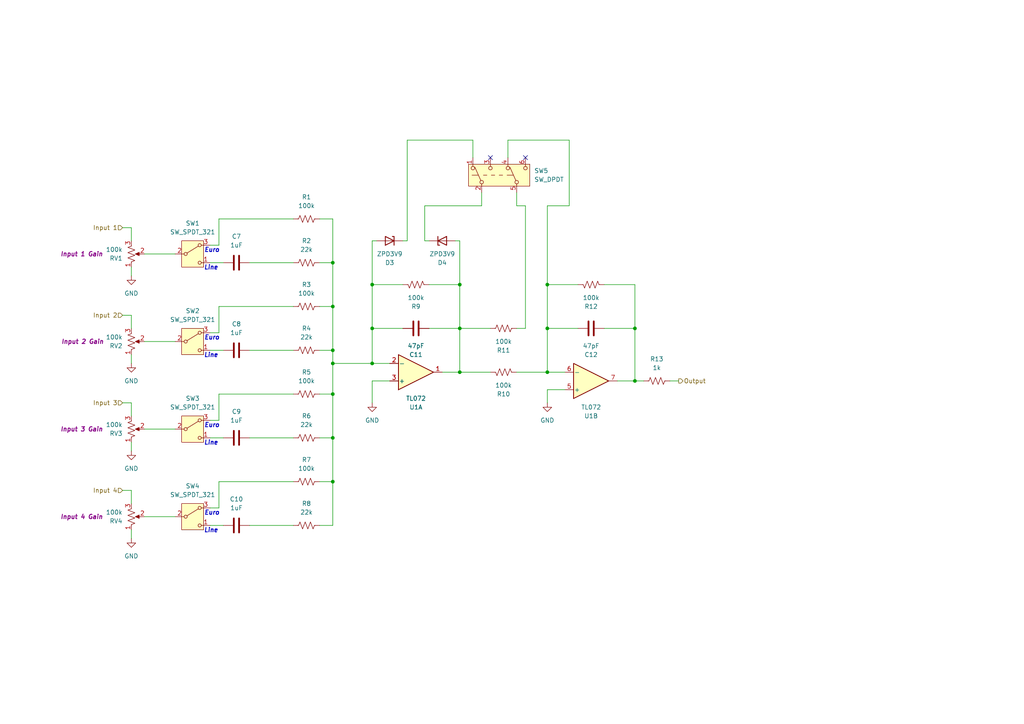
<source format=kicad_sch>
(kicad_sch (version 20231120) (generator "eeschema") (generator_version "8.0")
  (paper "A4")
  (title_block (company "DMH Instruments") (comment 1 "PCB for 5 cm Kosmo format synthesizer module"))
  (lib_symbols
    (symbol "Amplifier_Operational:TL072" (pin_names (offset 0.127))
      (property "Reference" "U" (at 0 5.08 0))
      (property "Value" "TL072" (at 0 -5.08 0))
      (symbol "TL072_1_1"
        (polyline (pts (xy -5.08 5.08) (xy 5.08 0) (xy -5.08 -5.08) (xy -5.08 5.08)) (stroke (width 0.254)) (fill (type background)))
        (pin output line (at 7.62 0 180) (length 2.54) (name "~") (number "1"))
        (pin input line (at -7.62 -2.54 0) (length 2.54) (name "-") (number "2"))
        (pin input line (at -7.62 2.54 0) (length 2.54) (name "+") (number "3"))
      )
      (symbol "TL072_2_1"
        (polyline (pts (xy -5.08 5.08) (xy 5.08 0) (xy -5.08 -5.08) (xy -5.08 5.08)) (stroke (width 0.254)) (fill (type background)))
        (pin input line (at -7.62 2.54 0) (length 2.54) (name "+") (number "5"))
        (pin input line (at -7.62 -2.54 0) (length 2.54) (name "-") (number "6"))
        (pin output line (at 7.62 0 180) (length 2.54) (name "~") (number "7"))
      )
      (symbol "TL072_3_1"
        (pin power_in line (at -2.54 -7.62 90) (length 3.81) (name "V-") (number "4"))
        (pin power_in line (at -2.54 7.62 270) (length 3.81) (name "V+") (number "8"))
      )
    )
    (symbol "Device:C" (pin_numbers hide) (pin_names (offset 0.254))
      (property "Reference" "C" (at 0.635 2.54 0))
      (property "Value" "C" (at 0.635 -2.54 0))
      (symbol "C_0_1"
        (polyline (pts (xy -2.032 -0.762) (xy 2.032 -0.762)) (stroke (width 0.508)))
        (polyline (pts (xy -2.032 0.762) (xy 2.032 0.762)) (stroke (width 0.508)))
      )
      (symbol "C_1_1"
        (pin passive line (at 0 3.81 270) (length 2.794) (name "~") (number "1"))
        (pin passive line (at 0 -3.81 90) (length 2.794) (name "~") (number "2"))
      )
    )
    (symbol "Device:D_Zener" (pin_numbers hide) (pin_names (offset 1.016) hide)
      (property "Reference" "D" (at 0 2.54 0))
      (property "Value" "D_Zener" (at 0 -2.54 0))
      (symbol "D_Zener_0_1"
        (polyline (pts (xy 1.27 0) (xy -1.27 0)))
        (polyline (pts (xy -1.27 -1.27) (xy -1.27 1.27) (xy -0.762 1.27)) (stroke (width 0.254)))
        (polyline (pts (xy 1.27 -1.27) (xy 1.27 1.27) (xy -1.27 0) (xy 1.27 -1.27)) (stroke (width 0.254)))
      )
      (symbol "D_Zener_1_1"
        (pin passive line (at -3.81 0 0) (length 2.54) (name "K") (number "1"))
        (pin passive line (at 3.81 0 180) (length 2.54) (name "A") (number "2"))
      )
    )
    (symbol "Device:R_Potentiometer_US" (pin_names (offset 1.016) hide)
      (property "Reference" "RV" (at -4.445 0 90))
      (property "Value" "R_Potentiometer_US" (at -2.54 0 90))
      (symbol "R_Potentiometer_US_0_1"
        (polyline (pts (xy 0 -2.286) (xy 0 -2.54)))
        (polyline (pts (xy 0 2.54) (xy 0 2.286)))
        (polyline (pts (xy 2.54 0) (xy 1.524 0)))
        (polyline (pts (xy 1.143 0) (xy 2.286 0.508) (xy 2.286 -0.508) (xy 1.143 0)) (fill (type outline)))
        (polyline (pts (xy 0 -0.762) (xy 1.016 -1.143) (xy 0 -1.524) (xy -1.016 -1.905) (xy 0 -2.286)))
        (polyline (pts (xy 0 0.762) (xy 1.016 0.381) (xy 0 0) (xy -1.016 -0.381) (xy 0 -0.762)))
        (polyline (pts (xy 0 2.286) (xy 1.016 1.905) (xy 0 1.524) (xy -1.016 1.143) (xy 0 0.762)))
      )
      (symbol "R_Potentiometer_US_1_1"
        (pin passive line (at 0 3.81 270) (length 1.27) (name "1") (number "1"))
        (pin passive line (at 3.81 0 180) (length 1.27) (name "2") (number "2"))
        (pin passive line (at 0 -3.81 90) (length 1.27) (name "3") (number "3"))
      )
    )
    (symbol "Device:R_US" (pin_numbers hide) (pin_names (offset 0))
      (property "Reference" "R" (at 2.54 0 90))
      (property "Value" "R_US" (at -2.54 0 90))
      (symbol "R_US_0_1"
        (polyline (pts (xy 0 -2.286) (xy 0 -2.54)))
        (polyline (pts (xy 0 2.286) (xy 0 2.54)))
        (polyline (pts (xy 0 -0.762) (xy 1.016 -1.143) (xy 0 -1.524) (xy -1.016 -1.905) (xy 0 -2.286)))
        (polyline (pts (xy 0 0.762) (xy 1.016 0.381) (xy 0 0) (xy -1.016 -0.381) (xy 0 -0.762)))
        (polyline (pts (xy 0 2.286) (xy 1.016 1.905) (xy 0 1.524) (xy -1.016 1.143) (xy 0 0.762)))
      )
      (symbol "R_US_1_1"
        (pin passive line (at 0 3.81 270) (length 1.27) (name "~") (number "1"))
        (pin passive line (at 0 -3.81 90) (length 1.27) (name "~") (number "2"))
      )
    )
    (symbol "Switch:SW_SPDT_321" (pin_names (offset 1) hide)
      (property "Reference" "SW" (at 0 5.08 0))
      (property "Value" "SW_SPDT_321" (at 0 -5.08 0))
      (symbol "SW_SPDT_321_0_1"
        (circle (center -2.032 0) (radius 0.4572))
        (polyline (pts (xy -1.651 0.254) (xy 1.651 2.286)))
        (circle (center 2.032 -2.54) (radius 0.4572))
        (circle (center 2.032 2.54) (radius 0.4572))
      )
      (symbol "SW_SPDT_321_1_1"
        (rectangle (start -3.175 3.81) (end 3.175 -3.81) (fill (type background)))
        (pin passive line (at 5.08 -2.54 180) (length 2.54) (name "C") (number "1"))
        (pin passive line (at -5.08 0 0) (length 2.54) (name "B") (number "2"))
        (pin passive line (at 5.08 2.54 180) (length 2.54) (name "A") (number "3"))
      )
    )
    (symbol "SynthStuff:Switch_DPDT" (pin_names (offset 0) hide)
      (property "Reference" "SW" (at 0 -13.97 0))
      (property "Value" "SW_DPDT" (at 0 -11.43 0))
      (symbol "Switch_DPDT_0_0"
        (circle (center -2.032 -5.08) (radius 0.508))
        (circle (center -2.032 5.08) (radius 0.508))
        (circle (center 2.032 -7.62) (radius 0.508))
        (circle (center 2.032 2.54) (radius 0.508))
      )
      (symbol "Switch_DPDT_0_1"
        (polyline (pts (xy -1.524 -4.826) (xy 2.3368 -3.0988)))
        (polyline (pts (xy -1.524 5.334) (xy 2.3368 7.0612)))
        (polyline (pts (xy 0 -2.286) (xy 0 -4.064)))
        (polyline (pts (xy 0 -1.016) (xy 0 0)))
        (polyline (pts (xy 0 1.27) (xy 0 2.286)))
        (polyline (pts (xy 0 3.556) (xy 0 4.572)))
        (polyline (pts (xy 0 7.874) (xy 0 6.096)))
        (circle (center 2.032 -2.54) (radius 0.508))
        (circle (center 2.032 7.62) (radius 0.508))
      )
      (symbol "Switch_DPDT_1_1"
        (rectangle (start -3.175 8.89) (end 3.175 -8.89) (fill (type background)))
        (pin passive line (at 5.08 7.62 180) (length 2.54) (name "A") (number "1"))
        (pin passive line (at -5.08 5.08 0) (length 2.54) (name "B") (number "2"))
        (pin passive line (at 5.08 2.54 180) (length 2.54) (name "C") (number "3"))
        (pin passive line (at 5.08 -2.54 180) (length 2.54) (name "A") (number "4"))
        (pin passive line (at -5.08 -5.08 0) (length 2.54) (name "B") (number "5"))
        (pin passive line (at 5.08 -7.62 180) (length 2.54) (name "C") (number "6"))
      )
    )
    (symbol "power:GND" (power) (pin_numbers hide) (pin_names (offset 0) hide)
      (property "Value" "GND" (at 0 -3.81 0))
      (symbol "GND_0_1"
        (polyline (pts (xy 0 0) (xy 0 -1.27) (xy 1.27 -1.27) (xy 0 -2.54) (xy -1.27 -1.27) (xy 0 -1.27)))
      )
      (symbol "GND_1_1"
        (pin power_in line (at 0 0 270) (length 0) (name "~") (number "1"))
      )
    )
  )
  (junction (at 133.35 82.55))
  (junction (at 158.75 107.95))
  (junction (at 158.75 95.25))
  (junction (at 96.52 127))
  (junction (at 107.95 95.25))
  (junction (at 107.95 105.41))
  (junction (at 96.52 88.9))
  (junction (at 96.52 76.2))
  (junction (at 107.95 82.55))
  (junction (at 96.52 105.41))
  (junction (at 184.15 95.25))
  (junction (at 133.35 95.25))
  (junction (at 96.52 114.3))
  (junction (at 158.75 82.55))
  (junction (at 133.35 107.95))
  (junction (at 96.52 101.6))
  (junction (at 184.15 110.49))
  (junction (at 96.52 139.7))
  (no_connect (at 142.24 45.72))
  (no_connect (at 152.4 45.72))
  (wire (pts (xy 63.5 114.3) (xy 85.09 114.3)))
  (wire (pts (xy 133.35 95.25) (xy 142.24 95.25)))
  (wire (pts (xy 167.64 95.25) (xy 158.75 95.25)))
  (wire (pts (xy 38.1 153.67) (xy 38.1 156.21)))
  (wire (pts (xy 158.75 113.03) (xy 158.75 116.84)))
  (wire (pts (xy 165.1 59.69) (xy 165.1 40.64)))
  (wire (pts (xy 38.1 128.27) (xy 38.1 130.81)))
  (wire (pts (xy 92.71 76.2) (xy 96.52 76.2)))
  (wire (pts (xy 133.35 82.55) (xy 133.35 95.25)))
  (wire (pts (xy 72.39 76.2) (xy 85.09 76.2)))
  (wire (pts (xy 194.31 110.49) (xy 196.85 110.49)))
  (wire (pts (xy 96.52 76.2) (xy 96.52 88.9)))
  (wire (pts (xy 60.96 96.52) (xy 63.5 96.52)))
  (wire (pts (xy 165.1 40.64) (xy 147.32 40.64)))
  (wire (pts (xy 72.39 101.6) (xy 85.09 101.6)))
  (wire (pts (xy 92.71 88.9) (xy 96.52 88.9)))
  (wire (pts (xy 107.95 69.85) (xy 107.95 82.55)))
  (wire (pts (xy 163.83 113.03) (xy 158.75 113.03)))
  (wire (pts (xy 38.1 91.44) (xy 38.1 95.25)))
  (wire (pts (xy 41.91 124.46) (xy 50.8 124.46)))
  (wire (pts (xy 158.75 95.25) (xy 158.75 107.95)))
  (wire (pts (xy 63.5 147.32) (xy 63.5 139.7)))
  (wire (pts (xy 124.46 95.25) (xy 133.35 95.25)))
  (wire (pts (xy 35.56 66.04) (xy 38.1 66.04)))
  (wire (pts (xy 35.56 116.84) (xy 38.1 116.84)))
  (wire (pts (xy 147.32 40.64) (xy 147.32 45.72)))
  (wire (pts (xy 133.35 107.95) (xy 142.24 107.95)))
  (wire (pts (xy 149.86 107.95) (xy 158.75 107.95)))
  (wire (pts (xy 92.71 139.7) (xy 96.52 139.7)))
  (wire (pts (xy 92.71 63.5) (xy 96.52 63.5)))
  (wire (pts (xy 35.56 91.44) (xy 38.1 91.44)))
  (wire (pts (xy 107.95 82.55) (xy 107.95 95.25)))
  (wire (pts (xy 41.91 99.06) (xy 50.8 99.06)))
  (wire (pts (xy 158.75 59.69) (xy 165.1 59.69)))
  (wire (pts (xy 116.84 82.55) (xy 107.95 82.55)))
  (wire (pts (xy 184.15 82.55) (xy 184.15 95.25)))
  (wire (pts (xy 118.11 40.64) (xy 137.16 40.64)))
  (wire (pts (xy 132.08 69.85) (xy 133.35 69.85)))
  (wire (pts (xy 60.96 152.4) (xy 64.77 152.4)))
  (wire (pts (xy 96.52 127) (xy 96.52 114.3)))
  (wire (pts (xy 60.96 127) (xy 64.77 127)))
  (wire (pts (xy 92.71 101.6) (xy 96.52 101.6)))
  (wire (pts (xy 184.15 95.25) (xy 184.15 110.49)))
  (wire (pts (xy 60.96 101.6) (xy 64.77 101.6)))
  (wire (pts (xy 96.52 139.7) (xy 96.52 152.4)))
  (wire (pts (xy 41.91 149.86) (xy 50.8 149.86)))
  (wire (pts (xy 96.52 63.5) (xy 96.52 76.2)))
  (wire (pts (xy 92.71 114.3) (xy 96.52 114.3)))
  (wire (pts (xy 63.5 139.7) (xy 85.09 139.7)))
  (wire (pts (xy 184.15 110.49) (xy 186.69 110.49)))
  (wire (pts (xy 175.26 95.25) (xy 184.15 95.25)))
  (wire (pts (xy 63.5 63.5) (xy 85.09 63.5)))
  (wire (pts (xy 184.15 110.49) (xy 179.07 110.49)))
  (wire (pts (xy 158.75 82.55) (xy 158.75 95.25)))
  (wire (pts (xy 123.19 59.69) (xy 139.7 59.69)))
  (wire (pts (xy 133.35 107.95) (xy 128.27 107.95)))
  (wire (pts (xy 92.71 152.4) (xy 96.52 152.4)))
  (wire (pts (xy 107.95 95.25) (xy 107.95 105.41)))
  (wire (pts (xy 63.5 88.9) (xy 85.09 88.9)))
  (wire (pts (xy 60.96 121.92) (xy 63.5 121.92)))
  (wire (pts (xy 60.96 147.32) (xy 63.5 147.32)))
  (wire (pts (xy 38.1 102.87) (xy 38.1 105.41)))
  (wire (pts (xy 92.71 127) (xy 96.52 127)))
  (wire (pts (xy 118.11 40.64) (xy 118.11 69.85)))
  (wire (pts (xy 152.4 59.69) (xy 152.4 95.25)))
  (wire (pts (xy 139.7 59.69) (xy 139.7 55.88)))
  (wire (pts (xy 96.52 101.6) (xy 96.52 105.41)))
  (wire (pts (xy 107.95 69.85) (xy 109.22 69.85)))
  (wire (pts (xy 63.5 121.92) (xy 63.5 114.3)))
  (wire (pts (xy 152.4 95.25) (xy 149.86 95.25)))
  (wire (pts (xy 137.16 40.64) (xy 137.16 45.72)))
  (wire (pts (xy 149.86 59.69) (xy 149.86 55.88)))
  (wire (pts (xy 158.75 107.95) (xy 163.83 107.95)))
  (wire (pts (xy 96.52 127) (xy 96.52 139.7)))
  (wire (pts (xy 72.39 152.4) (xy 85.09 152.4)))
  (wire (pts (xy 63.5 71.12) (xy 63.5 63.5)))
  (wire (pts (xy 158.75 59.69) (xy 158.75 82.55)))
  (wire (pts (xy 38.1 77.47) (xy 38.1 80.01)))
  (wire (pts (xy 60.96 76.2) (xy 64.77 76.2)))
  (wire (pts (xy 107.95 110.49) (xy 107.95 116.84)))
  (wire (pts (xy 38.1 116.84) (xy 38.1 120.65)))
  (wire (pts (xy 152.4 59.69) (xy 149.86 59.69)))
  (wire (pts (xy 124.46 82.55) (xy 133.35 82.55)))
  (wire (pts (xy 96.52 105.41) (xy 107.95 105.41)))
  (wire (pts (xy 107.95 105.41) (xy 113.03 105.41)))
  (wire (pts (xy 38.1 142.24) (xy 38.1 146.05)))
  (wire (pts (xy 72.39 127) (xy 85.09 127)))
  (wire (pts (xy 133.35 69.85) (xy 133.35 82.55)))
  (wire (pts (xy 118.11 69.85) (xy 116.84 69.85)))
  (wire (pts (xy 41.91 73.66) (xy 50.8 73.66)))
  (wire (pts (xy 63.5 96.52) (xy 63.5 88.9)))
  (wire (pts (xy 116.84 95.25) (xy 107.95 95.25)))
  (wire (pts (xy 175.26 82.55) (xy 184.15 82.55)))
  (wire (pts (xy 123.19 69.85) (xy 124.46 69.85)))
  (wire (pts (xy 96.52 114.3) (xy 96.52 105.41)))
  (wire (pts (xy 113.03 110.49) (xy 107.95 110.49)))
  (wire (pts (xy 123.19 59.69) (xy 123.19 69.85)))
  (wire (pts (xy 60.96 71.12) (xy 63.5 71.12)))
  (wire (pts (xy 96.52 101.6) (xy 96.52 88.9)))
  (wire (pts (xy 167.64 82.55) (xy 158.75 82.55)))
  (wire (pts (xy 35.56 142.24) (xy 38.1 142.24)))
  (wire (pts (xy 133.35 95.25) (xy 133.35 107.95)))
  (wire (pts (xy 38.1 66.04) (xy 38.1 69.85)))
  (text "Line" (at 61.214 77.724 0) (effects (font (size 1.27 1.27) (thickness 0.254) (bold yes) (italic yes))))
  (text "Euro" (at 61.468 98.044 0) (effects (font (size 1.27 1.27) (thickness 0.254) (bold yes) (italic yes))))
  (text "Euro" (at 61.468 123.444 0) (effects (font (size 1.27 1.27) (thickness 0.254) (bold yes) (italic yes))))
  (text "Line" (at 61.214 128.524 0) (effects (font (size 1.27 1.27) (thickness 0.254) (bold yes) (italic yes))))
  (text "Line" (at 61.214 153.924 0) (effects (font (size 1.27 1.27) (thickness 0.254) (bold yes) (italic yes))))
  (text "Line" (at 61.214 103.124 0) (effects (font (size 1.27 1.27) (thickness 0.254) (bold yes) (italic yes))))
  (text "Euro" (at 61.468 148.844 0) (effects (font (size 1.27 1.27) (thickness 0.254) (bold yes) (italic yes))))
  (text "Euro" (at 61.468 72.644 0) (effects (font (size 1.27 1.27) (thickness 0.254) (bold yes) (italic yes))))
  (hierarchical_label "Output" (shape output) (at 196.85 110.49 0))
  (hierarchical_label "Input 1" (shape input) (at 35.56 66.04 180))
  (hierarchical_label "Input 3" (shape input) (at 35.56 116.84 180))
  (hierarchical_label "Input 4" (shape input) (at 35.56 142.24 180))
  (hierarchical_label "Input 2" (shape input) (at 35.56 91.44 180))
  (symbol (lib_id "power:GND") (at 38.1 156.21 0) (unit 1)
    (property "Reference" "#PWR024" (effects (hide yes)))
    (property "Value" "GND" (at 38.1 161.29 0))
    (property "Description" "Power symbol creates a global label with name \"GND\" , ground" (effects (hide yes)))
  )
  (symbol (lib_id "Device:R_US") (at 88.9 101.6 90) (unit 1)
    (property "Reference" "R4" (at 88.9 95.25 90))
    (property "Value" "22k" (at 88.9 97.79 90))
    (property "Footprint" "Resistor_THT:R_Axial_DIN0207_L6.3mm_D2.5mm_P7.62mm_Horizontal" (effects (hide yes)))
    (property "Description" "Resistor, US symbol" (effects (hide yes)))
  )
  (symbol (lib_id "power:GND") (at 38.1 130.81 0) (unit 1)
    (property "Reference" "#PWR04" (effects (hide yes)))
    (property "Value" "GND" (at 38.1 135.89 0))
    (property "Description" "Power symbol creates a global label with name \"GND\" , ground" (effects (hide yes)))
  )
  (symbol (lib_id "Device:C") (at 68.58 76.2 90) (unit 1)
    (property "Reference" "C7" (at 68.58 68.58 90))
    (property "Value" "1uF" (at 68.58 71.12 90))
    (property "Footprint" "Capacitor_THT:C_Disc_D4.3mm_W1.9mm_P5.00mm" (effects (hide yes)))
    (property "Description" "Unpolarized capacitor" (effects (hide yes)))
  )
  (symbol (lib_id "Amplifier_Operational:TL072") (at 120.65 107.95 0) (mirror x) (unit 1)
    (property "Reference" "U1" (at 120.65 118.11 0))
    (property "Value" "TL072" (at 120.65 115.57 0))
    (property "Footprint" "Package_DIP:DIP-8_W7.62mm_Socket" (effects (hide yes)))
    (property "Datasheet" "http://www.ti.com/lit/ds/symlink/tl071.pdf" (effects (hide yes)))
    (property "Description" "Dual Low-Noise JFET-Input Operational Amplifiers, DIP-8/SOIC-8" (effects (hide yes)))
  )
  (symbol (lib_id "Device:R_US") (at 88.9 88.9 90) (unit 1)
    (property "Reference" "R3" (at 88.9 82.55 90))
    (property "Value" "100k" (at 88.9 85.09 90))
    (property "Footprint" "Resistor_THT:R_Axial_DIN0207_L6.3mm_D2.5mm_P7.62mm_Horizontal" (effects (hide yes)))
    (property "Description" "Resistor, US symbol" (effects (hide yes)))
  )
  (symbol (lib_id "Switch:SW_SPDT_321") (at 55.88 124.46 0) (unit 1)
    (property "Reference" "SW3" (at 55.88 115.57 0))
    (property "Value" "SW_SPDT_321" (at 55.88 118.11 0))
    (property "Footprint" "SynthStuff:Toggle_Switch_THT" (effects (hide yes)))
    (property "Description" "Switch, single pole double throw" (effects (hide yes)))
    (property "Function" "Line / Euro" (effects (hide yes)))
  )
  (symbol (lib_id "Device:C") (at 68.58 101.6 90) (unit 1)
    (property "Reference" "C8" (at 68.58 93.98 90))
    (property "Value" "1uF" (at 68.58 96.52 90))
    (property "Footprint" "Capacitor_THT:C_Disc_D4.3mm_W1.9mm_P5.00mm" (effects (hide yes)))
    (property "Description" "Unpolarized capacitor" (effects (hide yes)))
  )
  (symbol (lib_id "power:GND") (at 107.95 116.84 0) (unit 1)
    (property "Reference" "#PWR010" (effects (hide yes)))
    (property "Value" "GND" (at 107.95 121.92 0))
    (property "Description" "Power symbol creates a global label with name \"GND\" , ground" (effects (hide yes)))
  )
  (symbol (lib_id "Device:R_US") (at 88.9 139.7 90) (unit 1)
    (property "Reference" "R7" (at 88.9 133.35 90))
    (property "Value" "100k" (at 88.9 135.89 90))
    (property "Footprint" "Resistor_THT:R_Axial_DIN0207_L6.3mm_D2.5mm_P7.62mm_Horizontal" (effects (hide yes)))
    (property "Description" "Resistor, US symbol" (effects (hide yes)))
  )
  (symbol (lib_id "Device:R_US") (at 88.9 63.5 90) (unit 1)
    (property "Reference" "R1" (at 88.9 57.15 90))
    (property "Value" "100k" (at 88.9 59.69 90))
    (property "Footprint" "Resistor_THT:R_Axial_DIN0207_L6.3mm_D2.5mm_P7.62mm_Horizontal" (effects (hide yes)))
    (property "Description" "Resistor, US symbol" (effects (hide yes)))
  )
  (symbol (lib_id "SynthStuff:Switch_DPDT") (at 144.78 50.8 90) (unit 1)
    (property "Reference" "SW5" (at 154.94 49.5299 90) (effects (justify right)))
    (property "Value" "SW_DPDT" (at 154.94 52.0699 90) (effects (justify right)))
    (property "Footprint" "SynthStuff:PinHeader_2x03_P2.54mm_Vertical_142536" (effects (hide yes)))
    (property "Description" "DPDT switch, can be ON-ON or ON-OFF-ON" (effects (hide yes)))
  )
  (symbol (lib_id "Device:R_Potentiometer_US") (at 38.1 73.66 0) (mirror x) (unit 1)
    (property "Reference" "RV1" (at 35.56 74.9301 0) (effects (justify right)))
    (property "Value" "100k" (at 35.56 72.3901 0) (effects (justify right)))
    (property "Footprint" "SynthStuff:Potentiometer_Alpha_RD901F-40-00D_Single_Vertical" (effects (hide yes)))
    (property "Description" "Potentiometer, US symbol" (effects (hide yes)))
    (property "Function" "Input 1 Gain" (at 23.622 73.66 0) (effects (font (thickness 0.254) (bold yes) (italic yes))))
  )
  (symbol (lib_id "Device:R_US") (at 88.9 114.3 90) (unit 1)
    (property "Reference" "R5" (at 88.9 107.95 90))
    (property "Value" "100k" (at 88.9 110.49 90))
    (property "Footprint" "Resistor_THT:R_Axial_DIN0207_L6.3mm_D2.5mm_P7.62mm_Horizontal" (effects (hide yes)))
    (property "Description" "Resistor, US symbol" (effects (hide yes)))
  )
  (symbol (lib_id "Switch:SW_SPDT_321") (at 55.88 99.06 0) (unit 1)
    (property "Reference" "SW2" (at 55.88 90.17 0))
    (property "Value" "SW_SPDT_321" (at 55.88 92.71 0))
    (property "Footprint" "SynthStuff:Toggle_Switch_THT" (effects (hide yes)))
    (property "Description" "Switch, single pole double throw" (effects (hide yes)))
    (property "Function" "Line / Euro" (effects (hide yes)))
  )
  (symbol (lib_id "Device:D_Zener") (at 128.27 69.85 0) (mirror x) (unit 1)
    (property "Reference" "D4" (at 128.27 76.2 0))
    (property "Value" "ZPD3V9" (at 128.27 73.66 0))
    (property "Footprint" "Diode_THT:D_DO-35_SOD27_P7.62mm_Horizontal" (effects (hide yes)))
    (property "Description" "Zener diode" (effects (hide yes)))
  )
  (symbol (lib_id "Device:R_US") (at 190.5 110.49 90) (unit 1)
    (property "Reference" "R13" (at 190.5 104.14 90))
    (property "Value" "1k" (at 190.5 106.68 90))
    (property "Footprint" "Resistor_THT:R_Axial_DIN0207_L6.3mm_D2.5mm_P7.62mm_Horizontal" (effects (hide yes)))
    (property "Description" "Resistor, US symbol" (effects (hide yes)))
  )
  (symbol (lib_id "Device:R_Potentiometer_US") (at 38.1 99.06 0) (mirror x) (unit 1)
    (property "Reference" "RV2" (at 35.56 100.3301 0) (effects (justify right)))
    (property "Value" "100k" (at 35.56 97.7901 0) (effects (justify right)))
    (property "Footprint" "SynthStuff:Potentiometer_Alpha_RD901F-40-00D_Single_Vertical" (effects (hide yes)))
    (property "Description" "Potentiometer, US symbol" (effects (hide yes)))
    (property "Function" "Input 2 Gain" (at 23.876 99.06 0) (effects (font (thickness 0.254) (bold yes) (italic yes))))
  )
  (symbol (lib_id "Device:R_US") (at 88.9 76.2 90) (unit 1)
    (property "Reference" "R2" (at 88.9 69.85 90))
    (property "Value" "22k" (at 88.9 72.39 90))
    (property "Footprint" "Resistor_THT:R_Axial_DIN0207_L6.3mm_D2.5mm_P7.62mm_Horizontal" (effects (hide yes)))
    (property "Description" "Resistor, US symbol" (effects (hide yes)))
  )
  (symbol (lib_id "power:GND") (at 158.75 116.84 0) (unit 1)
    (property "Reference" "#PWR011" (effects (hide yes)))
    (property "Value" "GND" (at 158.75 121.92 0))
    (property "Description" "Power symbol creates a global label with name \"GND\" , ground" (effects (hide yes)))
  )
  (symbol (lib_id "Device:R_US") (at 120.65 82.55 90) (mirror x) (unit 1)
    (property "Reference" "R9" (at 120.65 88.9 90))
    (property "Value" "100k" (at 120.65 86.36 90))
    (property "Footprint" "Resistor_THT:R_Axial_DIN0207_L6.3mm_D2.5mm_P7.62mm_Horizontal" (effects (hide yes)))
    (property "Description" "Resistor, US symbol" (effects (hide yes)))
  )
  (symbol (lib_id "Device:C") (at 120.65 95.25 90) (mirror x) (unit 1)
    (property "Reference" "C11" (at 120.65 102.87 90))
    (property "Value" "47pF" (at 120.65 100.33 90))
    (property "Footprint" "Capacitor_THT:C_Disc_D3.0mm_W2.0mm_P2.50mm" (effects (hide yes)))
    (property "Description" "Unpolarized capacitor" (effects (hide yes)))
  )
  (symbol (lib_id "Device:R_Potentiometer_US") (at 38.1 149.86 0) (mirror x) (unit 1)
    (property "Reference" "RV4" (at 35.56 151.1301 0) (effects (justify right)))
    (property "Value" "100k" (at 35.56 148.5901 0) (effects (justify right)))
    (property "Footprint" "SynthStuff:Potentiometer_Alpha_RD901F-40-00D_Single_Vertical" (effects (hide yes)))
    (property "Description" "Potentiometer, US symbol" (effects (hide yes)))
    (property "Function" "Input 4 Gain" (at 23.622 149.86 0) (effects (font (thickness 0.254) (bold yes) (italic yes))))
  )
  (symbol (lib_id "Amplifier_Operational:TL072") (at 171.45 110.49 0) (mirror x) (unit 2)
    (property "Reference" "U1" (at 171.45 120.65 0))
    (property "Value" "TL072" (at 171.45 118.11 0))
    (property "Footprint" "Package_DIP:DIP-8_W7.62mm_Socket" (effects (hide yes)))
    (property "Datasheet" "http://www.ti.com/lit/ds/symlink/tl071.pdf" (effects (hide yes)))
    (property "Description" "Dual Low-Noise JFET-Input Operational Amplifiers, DIP-8/SOIC-8" (effects (hide yes)))
  )
  (symbol (lib_id "power:GND") (at 38.1 105.41 0) (unit 1)
    (property "Reference" "#PWR03" (effects (hide yes)))
    (property "Value" "GND" (at 38.1 110.49 0))
    (property "Description" "Power symbol creates a global label with name \"GND\" , ground" (effects (hide yes)))
  )
  (symbol (lib_id "Device:R_US") (at 88.9 127 90) (unit 1)
    (property "Reference" "R6" (at 88.9 120.65 90))
    (property "Value" "22k" (at 88.9 123.19 90))
    (property "Footprint" "Resistor_THT:R_Axial_DIN0207_L6.3mm_D2.5mm_P7.62mm_Horizontal" (effects (hide yes)))
    (property "Description" "Resistor, US symbol" (effects (hide yes)))
  )
  (symbol (lib_id "Device:R_US") (at 88.9 152.4 90) (unit 1)
    (property "Reference" "R8" (at 88.9 146.05 90))
    (property "Value" "22k" (at 88.9 148.59 90))
    (property "Footprint" "Resistor_THT:R_Axial_DIN0207_L6.3mm_D2.5mm_P7.62mm_Horizontal" (effects (hide yes)))
    (property "Description" "Resistor, US symbol" (effects (hide yes)))
  )
  (symbol (lib_id "Device:R_US") (at 146.05 95.25 270) (unit 1)
    (property "Reference" "R11" (at 146.05 101.6 90))
    (property "Value" "100k" (at 146.05 99.06 90))
    (property "Footprint" "Resistor_THT:R_Axial_DIN0207_L6.3mm_D2.5mm_P7.62mm_Horizontal" (effects (hide yes)))
    (property "Description" "Resistor, US symbol" (effects (hide yes)))
  )
  (symbol (lib_id "Switch:SW_SPDT_321") (at 55.88 73.66 0) (unit 1)
    (property "Reference" "SW1" (at 55.88 64.77 0))
    (property "Value" "SW_SPDT_321" (at 55.88 67.31 0))
    (property "Footprint" "SynthStuff:Toggle_Switch_THT" (effects (hide yes)))
    (property "Description" "Switch, single pole double throw" (effects (hide yes)))
    (property "Function" "Line / Euro" (effects (hide yes)))
  )
  (symbol (lib_id "Device:C") (at 68.58 152.4 90) (unit 1)
    (property "Reference" "C10" (at 68.58 144.78 90))
    (property "Value" "1uF" (at 68.58 147.32 90))
    (property "Footprint" "Capacitor_THT:C_Disc_D4.3mm_W1.9mm_P5.00mm" (effects (hide yes)))
    (property "Description" "Unpolarized capacitor" (effects (hide yes)))
  )
  (symbol (lib_id "Device:C") (at 68.58 127 90) (unit 1)
    (property "Reference" "C9" (at 68.58 119.38 90))
    (property "Value" "1uF" (at 68.58 121.92 90))
    (property "Footprint" "Capacitor_THT:C_Disc_D4.3mm_W1.9mm_P5.00mm" (effects (hide yes)))
    (property "Description" "Unpolarized capacitor" (effects (hide yes)))
  )
  (symbol (lib_id "Device:C") (at 171.45 95.25 90) (mirror x) (unit 1)
    (property "Reference" "C12" (at 171.45 102.87 90))
    (property "Value" "47pF" (at 171.45 100.33 90))
    (property "Footprint" "Capacitor_THT:C_Disc_D3.0mm_W2.0mm_P2.50mm" (effects (hide yes)))
    (property "Description" "Unpolarized capacitor" (effects (hide yes)))
  )
  (symbol (lib_id "Device:R_US") (at 171.45 82.55 90) (mirror x) (unit 1)
    (property "Reference" "R12" (at 171.45 88.9 90))
    (property "Value" "100k" (at 171.45 86.36 90))
    (property "Footprint" "Resistor_THT:R_Axial_DIN0207_L6.3mm_D2.5mm_P7.62mm_Horizontal" (effects (hide yes)))
    (property "Description" "Resistor, US symbol" (effects (hide yes)))
  )
  (symbol (lib_id "Device:R_Potentiometer_US") (at 38.1 124.46 0) (mirror x) (unit 1)
    (property "Reference" "RV3" (at 35.56 125.7301 0) (effects (justify right)))
    (property "Value" "100k" (at 35.56 123.1901 0) (effects (justify right)))
    (property "Footprint" "SynthStuff:Potentiometer_Alpha_RD901F-40-00D_Single_Vertical" (effects (hide yes)))
    (property "Description" "Potentiometer, US symbol" (effects (hide yes)))
    (property "Function" "Input 3 Gain" (at 23.622 124.46 0) (effects (font (thickness 0.254) (bold yes) (italic yes))))
  )
  (symbol (lib_id "Device:R_US") (at 146.05 107.95 90) (mirror x) (unit 1)
    (property "Reference" "R10" (at 146.05 114.3 90))
    (property "Value" "100k" (at 146.05 111.76 90))
    (property "Footprint" "Resistor_THT:R_Axial_DIN0207_L6.3mm_D2.5mm_P7.62mm_Horizontal" (effects (hide yes)))
    (property "Description" "Resistor, US symbol" (effects (hide yes)))
  )
  (symbol (lib_id "power:GND") (at 38.1 80.01 0) (unit 1)
    (property "Reference" "#PWR02" (effects (hide yes)))
    (property "Value" "GND" (at 38.1 85.09 0))
    (property "Description" "Power symbol creates a global label with name \"GND\" , ground" (effects (hide yes)))
  )
  (symbol (lib_id "Switch:SW_SPDT_321") (at 55.88 149.86 0) (unit 1)
    (property "Reference" "SW4" (at 55.88 140.97 0))
    (property "Value" "SW_SPDT_321" (at 55.88 143.51 0))
    (property "Footprint" "SynthStuff:Toggle_Switch_THT" (effects (hide yes)))
    (property "Description" "Switch, single pole double throw" (effects (hide yes)))
    (property "Function" "Line / Euro" (effects (hide yes)))
  )
  (symbol (lib_id "Device:D_Zener") (at 113.03 69.85 0) (mirror y) (unit 1)
    (property "Reference" "D3" (at 113.03 76.2 0))
    (property "Value" "ZPD3V9" (at 113.03 73.66 0))
    (property "Footprint" "Diode_THT:D_DO-35_SOD27_P7.62mm_Horizontal" (effects (hide yes)))
    (property "Description" "Zener diode" (effects (hide yes)))
  )
)
</source>
